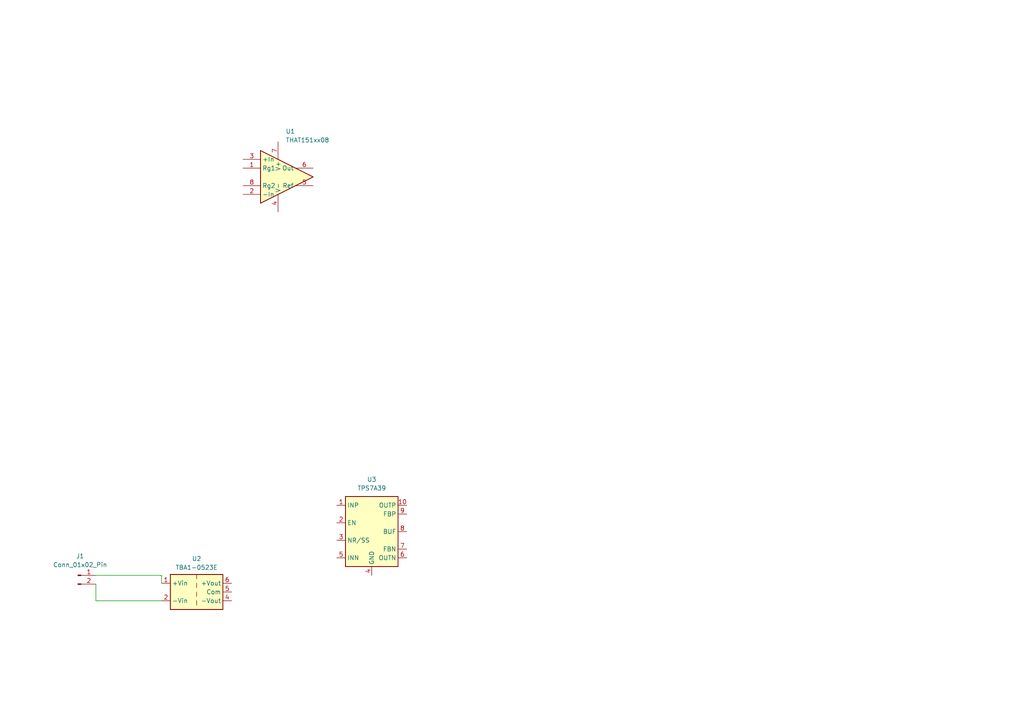
<source format=kicad_sch>
(kicad_sch (version 20231120) (generator "eeschema") (generator_version "8.0")
  (paper "A4")
  (lib_symbols
    (symbol "Amplifier_Audio:THAT151xx08"
      (property "Reference" "U" (at 0 0 0))
      (property "Value" "THAT151xx08" (at 0 0 0))
      (symbol "THAT151xx08_0_1"
        (polyline (pts (xy -5.08 7.62) (xy -5.08 -7.62) (xy 10.16 0) (xy -5.08 7.62)) (stroke (width 0.254)) (fill (type background)))
      )
      (symbol "THAT151xx08_1_1"
        (pin passive line (at -10.16 2.54 0) (length 5.08) (name "Rg1") (number "1"))
        (pin input line (at -10.16 -5.08 0) (length 5.08) (name "-In") (number "2"))
        (pin input line (at -10.16 5.08 0) (length 5.08) (name "+In") (number "3"))
        (pin power_in line (at 0 -10.16 90) (length 5.08) (name "V-") (number "4"))
        (pin output line (at 10.16 -2.54 180) (length 5.08) (name "Ref") (number "5"))
        (pin output line (at 10.16 2.54 180) (length 5.08) (name "Out") (number "6"))
        (pin power_in line (at 0 10.16 270) (length 5.08) (name "V+") (number "7"))
        (pin passive line (at -10.16 -2.54 0) (length 5.08) (name "Rg2") (number "8"))
      )
    )
    (symbol "Connector:Conn_01x02_Pin" (pin_names (offset 1.016) hide)
      (property "Reference" "J" (at 0 2.54 0))
      (property "Value" "Conn_01x02_Pin" (at 0 -5.08 0))
      (symbol "Conn_01x02_Pin_1_1"
        (polyline (pts (xy 1.27 -2.54) (xy 0.8636 -2.54)) (stroke (width 0.1524)))
        (polyline (pts (xy 1.27 0) (xy 0.8636 0)) (stroke (width 0.1524)))
        (rectangle (start 0.8636 -2.413) (end 0 -2.667) (stroke (width 0.1524)) (fill (type outline)))
        (rectangle (start 0.8636 0.127) (end 0 -0.127) (stroke (width 0.1524)) (fill (type outline)))
        (pin passive line (at 5.08 0 180) (length 3.81) (name "Pin_1") (number "1"))
        (pin passive line (at 5.08 -2.54 180) (length 3.81) (name "Pin_2") (number "2"))
      )
    )
    (symbol "Converter_DCDC:TBA1-0523E"
      (property "Reference" "U" (at -6.35 6.35 0))
      (property "Value" "TBA1-0523E" (at 2.54 6.35 0))
      (symbol "TBA1-0523E_0_1"
        (rectangle (start -7.62 5.08) (end 7.62 -5.08) (stroke (width 0.254)) (fill (type background)))
        (polyline (pts (xy 0 -2.54) (xy 0 -3.81)))
        (polyline (pts (xy 0 0) (xy 0 -1.27)))
        (polyline (pts (xy 0 2.54) (xy 0 1.27)))
        (polyline (pts (xy 0 5.08) (xy 0 3.81)))
      )
      (symbol "TBA1-0523E_1_1"
        (pin power_in line (at -10.16 2.54 0) (length 2.54) (name "+Vin") (number "1"))
        (pin power_in line (at -10.16 -2.54 0) (length 2.54) (name "-Vin") (number "2"))
        (pin power_out line (at 10.16 -2.54 180) (length 2.54) (name "-Vout") (number "4"))
        (pin power_out line (at 10.16 0 180) (length 2.54) (name "Com") (number "5"))
        (pin power_out line (at 10.16 2.54 180) (length 2.54) (name "+Vout") (number "6"))
      )
    )
    (symbol "Regulator_Linear:TPS7A39"
      (property "Reference" "U" (at 0 13.97 0))
      (property "Value" "TPS7A39" (at 0 11.43 0))
      (symbol "TPS7A39_1_1"
        (rectangle (start -7.62 10.16) (end 7.62 -10.16) (stroke (width 0.254)) (fill (type background)))
        (pin power_in line (at -10.16 7.62 0) (length 2.54) (name "INP") (number "1"))
        (pin power_out line (at 10.16 7.62 180) (length 2.54) (name "OUTP") (number "10"))
        (pin passive line (at 0 -12.7 90) (length 2.54) hide (name "GND") (number "11"))
        (pin input line (at -10.16 2.54 0) (length 2.54) (name "EN") (number "2"))
        (pin passive line (at -10.16 -2.54 0) (length 2.54) (name "NR/SS") (number "3"))
        (pin power_in line (at 0 -12.7 90) (length 2.54) (name "GND") (number "4"))
        (pin power_in line (at -10.16 -7.62 0) (length 2.54) (name "INN") (number "5"))
        (pin power_out line (at 10.16 -7.62 180) (length 2.54) (name "OUTN") (number "6"))
        (pin input line (at 10.16 -5.08 180) (length 2.54) (name "FBN") (number "7"))
        (pin output line (at 10.16 0 180) (length 2.54) (name "BUF") (number "8"))
        (pin input line (at 10.16 5.08 180) (length 2.54) (name "FBP") (number "9"))
      )
    )
  )
  (wire (pts (xy 27.813 169.418) (xy 27.813 174.244)))
  (wire (pts (xy 46.736 167.005) (xy 46.863 167.005)))
  (wire (pts (xy 46.863 167.005) (xy 46.863 169.164)))
  (wire (pts (xy 27.686 169.418) (xy 27.813 169.418)))
  (wire (pts (xy 27.686 166.878) (xy 46.736 166.878)))
  (wire (pts (xy 27.813 174.244) (xy 46.863 174.244)))
  (wire (pts (xy 46.736 166.878) (xy 46.736 167.005)))
  (symbol (lib_id "Regulator_Linear:TPS7A39") (at 107.823 154.178 0) (unit 1)
    (property "Reference" "U3" (at 107.823 139.065 0))
    (property "Value" "TPS7A39" (at 107.823 141.605 0))
    (property "Footprint" "Package_SON:Texas_S-PVSON-N10_ThermalVias" (effects (hide yes)))
    (property "Datasheet" "https://www.ti.com/lit/ds/symlink/tps7a39.pdf" (effects (hide yes)))
    (property "Description" "Dual, 150-mA, ±3.3V to ±33V Input, +1.2V to +30V and -30V to 0V Output, Wide VIN Positive and Negative LDO Voltage Regulator, 3x3mm WSON-10 package" (effects (hide yes)))
  )
  (symbol (lib_id "Connector:Conn_01x02_Pin") (at 22.606 166.878 0) (unit 1)
    (property "Reference" "J1" (at 23.241 161.29 0))
    (property "Value" "Conn_01x02_Pin" (at 23.241 163.83 0))
    (property "Description" "Generic connector, single row, 01x02, script generated" (effects (hide yes)))
  )
  (symbol (lib_id "Converter_DCDC:TBA1-0523E") (at 57.023 171.704 0) (unit 1)
    (property "Reference" "U2" (at 57.023 162.052 0))
    (property "Value" "TBA1-0523E" (at 57.023 164.592 0))
    (property "Footprint" "Converter_DCDC:Converter_DCDC_TRACO_TBA1-xxxxE_Dual_THT" (effects (hide yes)))
    (property "Datasheet" "https://www.tracopower.com/products/tba1e.pdf" (effects (hide yes)))
    (property "Description" "1W DC/DC converter unregulated, 4.5-5.5V input, ±15V fixed output voltage, 33mA each output, 1.5kVDC isolation, SIP-7" (effects (hide yes)))
  )
  (symbol (lib_id "Amplifier_Audio:THAT151xx08") (at 80.645 51.308 0) (unit 1)
    (property "Reference" "U1" (at 82.8391 38.1 0) (effects (justify left)))
    (property "Value" "THAT151xx08" (at 82.8391 40.64 0) (effects (justify left)))
    (property "Datasheet" "https://www.thatcorp.com/datashts/THAT_1510-1512_Datasheet.pdf" (effects (hide yes)))
    (property "Description" "Low-Noise, High Performance Audio Preamplifier IC" (effects (hide yes)))
  )
)
</source>
